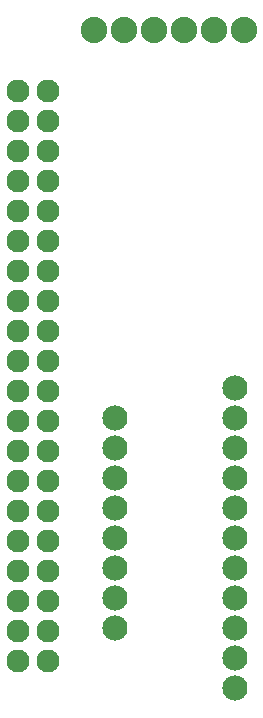
<source format=gts>
G04 MADE WITH FRITZING*
G04 WWW.FRITZING.ORG*
G04 DOUBLE SIDED*
G04 HOLES PLATED*
G04 CONTOUR ON CENTER OF CONTOUR VECTOR*
%ASAXBY*%
%FSLAX23Y23*%
%MOIN*%
%OFA0B0*%
%SFA1.0B1.0*%
%ADD10C,0.084000*%
%ADD11C,0.088000*%
%ADD12C,0.076929*%
%LNMASK1*%
G90*
G70*
G54D10*
X823Y251D03*
X823Y351D03*
X823Y451D03*
X823Y551D03*
X823Y651D03*
X823Y751D03*
X823Y851D03*
X823Y951D03*
X823Y1051D03*
X823Y1151D03*
X823Y1251D03*
X423Y451D03*
X423Y551D03*
X423Y651D03*
X423Y751D03*
X423Y851D03*
X423Y951D03*
X423Y1051D03*
X423Y1151D03*
G54D11*
X853Y2445D03*
X753Y2445D03*
X653Y2445D03*
X553Y2445D03*
X453Y2445D03*
X353Y2445D03*
G54D12*
X100Y2241D03*
X100Y2141D03*
X100Y2041D03*
X100Y1941D03*
X100Y1841D03*
X100Y1741D03*
X100Y1641D03*
X100Y1541D03*
X100Y1441D03*
X100Y1341D03*
X100Y1241D03*
X100Y1141D03*
X100Y1041D03*
X100Y941D03*
X100Y841D03*
X100Y741D03*
X100Y641D03*
X100Y541D03*
X100Y441D03*
X100Y341D03*
X100Y2241D03*
X100Y2141D03*
X100Y2041D03*
X100Y1941D03*
X100Y1841D03*
X100Y1741D03*
X100Y1641D03*
X100Y1541D03*
X100Y1441D03*
X100Y1341D03*
X100Y1241D03*
X100Y1141D03*
X100Y1041D03*
X100Y941D03*
X100Y841D03*
X100Y741D03*
X100Y641D03*
X100Y541D03*
X100Y441D03*
X100Y341D03*
X200Y341D03*
X200Y441D03*
X200Y541D03*
X200Y641D03*
X200Y741D03*
X200Y841D03*
X200Y941D03*
X200Y1041D03*
X200Y1141D03*
X200Y1241D03*
X200Y1341D03*
X200Y1441D03*
X200Y1541D03*
X200Y1641D03*
X200Y1741D03*
X200Y1841D03*
X200Y1941D03*
X200Y2041D03*
X200Y2141D03*
X200Y2241D03*
G04 End of Mask1*
M02*
</source>
